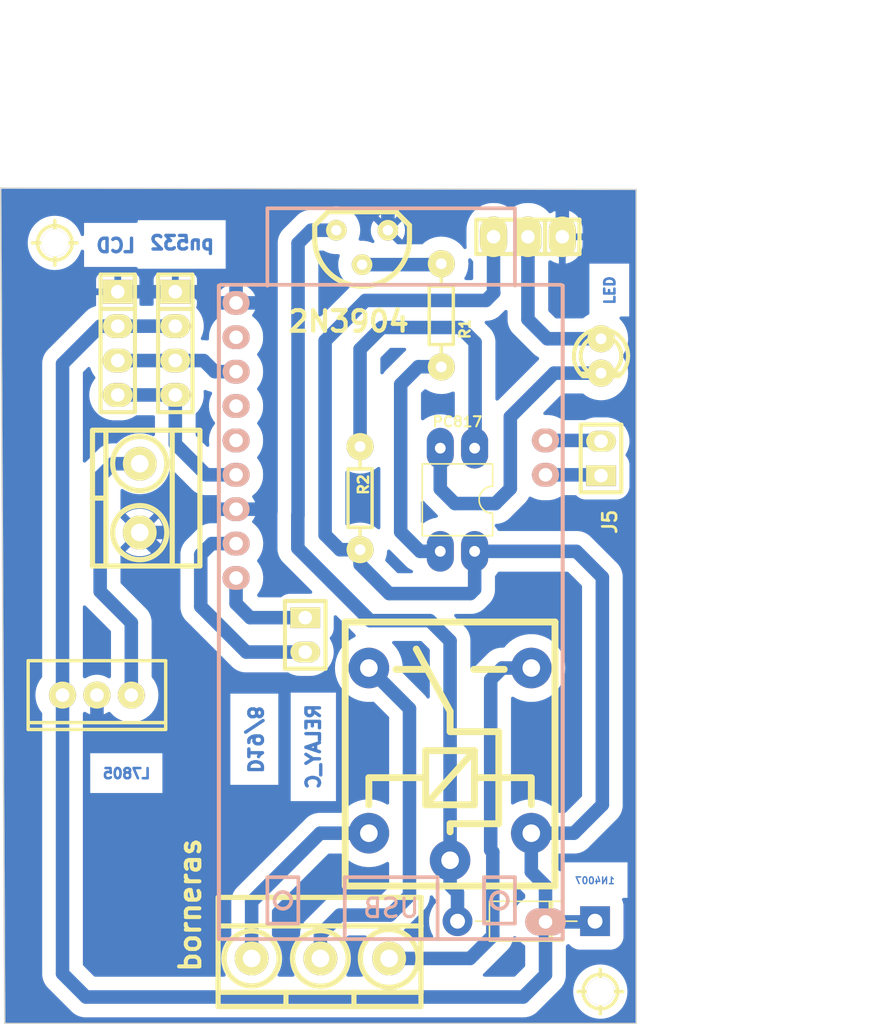
<source format=kicad_pcb>
(kicad_pcb (version 20221018) (generator pcbnew)
  (layers (0 "F.Cu" signal) (31 "B.Cu" signal) (34 "B.Paste" user) (35 "F.Paste" user) (36 "B.SilkS" user "B.Silkscreen") (37 "F.SilkS" user "F.Silkscreen") (38 "B.Mask" user) (39 "F.Mask" user) (44 "Edge.Cuts" user))
  (net 0 "")
  (net 1 "Net-(D1-K)")
  (net 2 "Net-(D1-A)")
  (net 3 "VCC")
  (net 4 "Net-(D2-A)")
  (net 5 "Net-(J1-Pin_1)")
  (net 6 "Net-(J1-Pin_2)")
  (net 7 "Net-(J1-Pin_3)")
  (net 8 "GND")
  (net 9 "Net-(J3-Pin_1)")
  (net 10 "scl")
  (net 11 "sda")
  (net 12 "Net-(Q1-B)")
  (net 13 "Net-(R1-Pad1)")
  (net 14 "Net-(R2-Pad2)")
  (net 15 "/D19")
  (net 19 "/D18")
  (net 20 "/D34")
  (net 21 "/D35")
  (footprint "EESTN5:Pin_Strip_3" (layer "F.Cu") (at 112.55 78.15 180)
    (fp_text reference "J2" hide)
    (fp_text value "pineras" hide)
    (fp_line (start -3.81 -1.27) (end -3.81 1.27) (stroke (width 0.3048)) (layer "F.SilkS"))
    (fp_line (start -3.81 -1.27) (end 3.81 -1.27) (stroke (width 0.3048)) (layer "F.SilkS"))
    (fp_line (start -1.27 -1.27) (end -1.27 1.27) (stroke (width 0.3048)) (layer "F.SilkS"))
    (fp_line (start 3.81 -1.27) (end 3.81 1.27) (stroke (width 0.3048)) (layer "F.SilkS"))
    (fp_line (start 3.81 1.27) (end -3.81 1.27) (stroke (width 0.3048)) (layer "F.SilkS"))
    (pad "1" thru_hole oval (at -2.54 0 180) (size 2 3) (drill 1) (layers "*.Cu" "*.Mask" "F.SilkS") (net 8 "GND"))
    (pad "2" thru_hole oval (at 0 0 180) (size 2 3) (drill 1) (layers "*.Cu" "*.Mask" "F.SilkS") (net 1 "Net-(D1-K)"))
    (pad "3" thru_hole oval (at 2.54 0 180) (size 2 3) (drill 1) (layers "*.Cu" "*.Mask" "F.SilkS") (net 3 "VCC"))
  )
  (footprint "EESTN5:RES0.3" (layer "F.Cu") (at 106.15 83.95 90)
    (fp_text reference "R1" (at -1 1.75 90) (layer "F.SilkS") (effects (font (size 0.75 0.75) (thickness 0.1875))))
    (fp_text value "R" hide)
    (fp_line (start -2.159 -0.889) (end -2.159 0.889) (stroke (width 0.254)) (layer "F.SilkS"))
    (fp_line (start -2.159 0) (end -3.81 0) (stroke (width 0.254)) (layer "F.SilkS"))
    (fp_line (start -2.159 0.889) (end 2.159 0.889) (stroke (width 0.254)) (layer "F.SilkS"))
    (fp_line (start 2.159 -0.889) (end -2.159 -0.889) (stroke (width 0.254)) (layer "F.SilkS"))
    (fp_line (start 2.159 0) (end 3.81 0) (stroke (width 0.254)) (layer "F.SilkS"))
    (fp_line (start 2.159 0.889) (end 2.159 -0.889) (stroke (width 0.254)) (layer "F.SilkS"))
    (pad "1" thru_hole circle (at -3.81 0 90) (size 1.99898 1.99898) (drill 0.8001) (layers "*.Cu" "*.Mask" "F.SilkS") (net 13 "Net-(R1-Pad1)"))
    (pad "2" thru_hole circle (at 3.81 0 90) (size 1.99898 1.99898) (drill 0.8001) (layers "*.Cu" "*.Mask" "F.SilkS") (net 12 "Net-(Q1-B)"))
  )
  (footprint "Diode_THT:D_DO-41_SOD81_P10.16mm_Horizontal" (layer "F.Cu") (at 117.51 128.7 180)
    (fp_text reference "D2" hide)
    (fp_text value "1N4007" (at 0.01 3 180) (layer "B.Cu") (effects (font (size 0.5 0.5) (thickness 0.1)) (justify mirror)))
    (fp_line (start 1.34 0) (end 2.36 0) (stroke (width 0.12)) (layer "F.SilkS"))
    (fp_line (start 2.36 -1.47) (end 2.36 1.47) (stroke (width 0.12)) (layer "F.SilkS"))
    (fp_line (start 2.36 1.47) (end 7.8 1.47) (stroke (width 0.12)) (layer "F.SilkS"))
    (fp_line (start 3.14 -1.47) (end 3.14 1.47) (stroke (width 0.12)) (layer "F.SilkS"))
    (fp_line (start 3.26 -1.47) (end 3.26 1.47) (stroke (width 0.12)) (layer "F.SilkS"))
    (fp_line (start 3.38 -1.47) (end 3.38 1.47) (stroke (width 0.12)) (layer "F.SilkS"))
    (fp_line (start 7.8 -1.47) (end 2.36 -1.47) (stroke (width 0.12)) (layer "F.SilkS"))
    (fp_line (start 7.8 1.47) (end 7.8 -1.47) (stroke (width 0.12)) (layer "F.SilkS"))
    (fp_line (start 8.82 0) (end 7.8 0) (stroke (width 0.12)) (layer "F.SilkS"))
    (pad "1" thru_hole rect (at 0 0 180) (size 2.2 2.2) (drill 1.1) (layers "*.Cu" "*.Mask") (net 3 "VCC"))
    (pad "2" thru_hole oval (at 10.16 0 180) (size 2.2 2.2) (drill 1.1) (layers "*.Cu" "*.Mask") (net 4 "Net-(D2-A)"))
  )
  (footprint "EESTN5:TO-220" (layer "F.Cu") (at 80.71 112 180)
    (fp_text reference "U3" hide)
    (fp_text value "L7805" (at -2.19 -5.8) (layer "B.Cu") (effects (font (size 0.75 0.75) (thickness 0.1875)) (justify mirror)))
    (fp_line (start -5.08 -2.54) (end -5.08 -1.27) (stroke (width 0.254)) (layer "F.SilkS"))
    (fp_line (start -5.08 -2.032) (end 5.08 -2.032) (stroke (width 0.254)) (layer "F.SilkS"))
    (fp_line (start -5.08 -1.27) (end -5.08 2.54) (stroke (width 0.254)) (layer "F.SilkS"))
    (fp_line (start -5.08 2.54) (end 5.08 2.54) (stroke (width 0.254)) (layer "F.SilkS"))
    (fp_line (start 5.08 -2.54) (end -5.08 -2.54) (stroke (width 0.254)) (layer "F.SilkS"))
    (fp_line (start 5.08 2.54) (end 5.08 -2.54) (stroke (width 0.254)) (layer "F.SilkS"))
    (pad "1" thru_hole circle (at -2.54 0 180) (size 2 2) (drill 1) (layers "*.Cu" "*.Mask" "F.SilkS") (net 9 "Net-(J3-Pin_1)"))
    (pad "2" thru_hole circle (at 0 0 180) (size 2 2) (drill 1) (layers "*.Cu" "*.Mask" "F.SilkS") (net 8 "GND"))
    (pad "3" thru_hole circle (at 2.54 0 180) (size 2 2) (drill 1) (layers "*.Cu" "*.Mask" "F.SilkS") (net 3 "VCC"))
  )
  (footprint "EESTN5:Pin_strip_2" (layer "F.Cu") (at 96.1 107.55 -90)
    (fp_text reference "J4" hide)
    (fp_text value "Conn_01x02_Pin" hide)
    (fp_line (start -2.5 -1.5) (end 2.5 -1.5) (stroke (width 0.3048)) (layer "F.SilkS"))
    (fp_line (start -2.5 1.5) (end -2.5 -1.5) (stroke (width 0.3048)) (layer "F.SilkS"))
    (fp_line (start 2.5 -1.5) (end 2.5 1.5) (stroke (width 0.3048)) (layer "F.SilkS"))
    (fp_line (start 2.5 1.5) (end -2.5 1.5) (stroke (width 0.3048)) (layer "F.SilkS"))
    (pad "1" thru_hole rect (at -1.27 0 270) (size 1.524 2.19964) (drill 1.00076) (layers "*.Cu" "*.Mask" "F.SilkS") (net 19 "/D18"))
    (pad "2" thru_hole oval (at 1.27 0 270) (size 1.524 2.19964) (drill 1.00076) (layers "*.Cu" "*.Mask" "F.SilkS") (net 15 "/D19"))
  )
  (footprint "EESTN5:hole_2mm" (layer "F.Cu") (at 117.9 133.9)
    (fp_text reference "hole_2mm" hide)
    (fp_text value "VAL**" hide)
    (fp_line (start -1.651 0) (end 1.651 0) (stroke (width 0.254)) (layer "F.SilkS"))
    (fp_line (start 0 -1.651) (end 0 1.651) (stroke (width 0.254)) (layer "F.SilkS"))
    (fp_circle (center 0 0) (end 1.27 -0.127) (stroke (width 0.254)) (fill none) (layer "F.SilkS"))
    (pad "1" thru_hole circle (at 0 0) (size 1.99898 1.99898) (drill 1.99898) (layers "*.Cu" "F.SilkS"))
  )
  (footprint "EESTN5:BORNERA2_AZUL" (layer "F.Cu") (at 83.87375 97.45 -90)
    (fp_text reference "J3" hide)
    (fp_text value "Screw_Terminal_01x02" hide)
    (fp_line (start -5.0165 -4.445) (end -5.0165 3.4925) (stroke (width 0.381)) (layer "F.SilkS"))
    (fp_line (start -5 -2.4) (end 5 -2.4) (stroke (width 0.381)) (layer "F.SilkS"))
    (fp_line (start -5 2.5) (end 5 2.5) (stroke (width 0.381)) (layer "F.SilkS"))
    (fp_line (start -4.9835 3.4925) (end 5.0165 3.4925) (stroke (width 0.381)) (layer "F.SilkS"))
    (fp_line (start 0 2.54) (end 0 3.4845) (stroke (width 0.381)) (layer "F.SilkS"))
    (fp_line (start 5.0165 -4.445) (end -4.9835 -4.445) (stroke (width 0.381)) (layer "F.SilkS"))
    (fp_line (start 5.0165 3.4925) (end 5.0165 -4.445) (stroke (width 0.381)) (layer "F.SilkS"))
    (fp_circle (center -2.55 0) (end -0.55 0) (stroke (width 0.381)) (fill none) (layer "F.SilkS"))
    (fp_circle (center 2.55 0) (end 0.55 0) (stroke (width 0.381)) (fill none) (layer "F.SilkS"))
    (pad "1" thru_hole circle (at -2.54 0 270) (size 2.5 2.5) (drill 1.3) (layers "*.Cu" "*.Mask" "F.SilkS") (net 9 "Net-(J3-Pin_1)"))
    (pad "2" thru_hole circle (at 2.54 0 270) (size 2.5 2.5) (drill 1.3) (layers "*.Cu" "*.Mask" "F.SilkS") (net 8 "GND"))
  )
  (footprint "EESTN5:hole_2mm" (layer "F.Cu") (at 77.6 78.6)
    (fp_text reference "hole_2mm" hide)
    (fp_text value "VAL**" hide)
    (fp_line (start -1.651 0) (end 1.651 0) (stroke (width 0.254)) (layer "F.SilkS"))
    (fp_line (start 0 -1.651) (end 0 1.651) (stroke (width 0.254)) (layer "F.SilkS"))
    (fp_circle (center 0 0) (end 1.27 -0.127) (stroke (width 0.254)) (fill none) (layer "F.SilkS"))
    (pad "1" thru_hole circle (at 0 0) (size 1.99898 1.99898) (drill 1.99898) (layers "*.Cu" "F.SilkS"))
  )
  (footprint "EESTN5:led_3mm_red" (layer "F.Cu") (at 117.95 86.95)
    (fp_text reference "D1" hide)
    (fp_text value "LED" (at 0.65 -4.85 90) (layer "B.Cu") (effects (font (size 0.75 0.75) (thickness 0.1875))))
    (fp_line (start -1.50114 1.30048) (end 1.50114 1.30048) (stroke (width 0.29972)) (layer "F.SilkS"))
    (fp_line (start -1.30048 1.50114) (end 1.30048 1.50114) (stroke (width 0.29972)) (layer "F.SilkS"))
    (fp_arc (start -1.99898 0) (mid -1.413492 -1.413492) (end 0 -1.99898) (stroke (width 0.29972)) (layer "F.SilkS"))
    (fp_arc (start -1.33096 1.50114) (mid -2.002597 0.120335) (end -1.50114 -1.33096) (stroke (width 0.29972)) (layer "F.SilkS"))
    (fp_arc (start 0 -1.99898) (mid 1.413492 -1.413492) (end 1.99898 0) (stroke (width 0.29972)) (layer "F.SilkS"))
    (fp_arc (start 1.50876 -1.31064) (mid 1.993617 0.140092) (end 1.31064 1.50876) (stroke (width 0.29972)) (layer "F.SilkS"))
    (fp_circle (center 0 0) (end -1.50114 0) (stroke (width 0.29972)) (fill none) (layer "F.SilkS"))
    (pad "1" thru_hole circle (at 0 -1.27) (size 1.99898 1.99898) (drill 0.8001) (layers "*.Cu" "*.Mask" "F.SilkS") (net 1 "Net-(D1-K)"))
    (pad "2" thru_hole circle (at 0 1.27) (size 1.99898 1.99898) (drill 0.8001) (layers "*.Cu" "*.Mask" "F.SilkS") (net 2 "Net-(D1-A)"))
  )
  (footprint "EESTN5:pin_strip_4" (layer "F.Cu") (at 82.25 86.02 -90)
    (fp_text reference "LCD" (at -7.22 0.15 180) (layer "B.Cu") (effects (font (thickness 0.25)) (justify mirror)))
    (fp_text value "Conn_01x04" hide)
    (fp_line (start -5.08 -1.27) (end 5.08 -1.27) (stroke (width 0.3048)) (layer "F.SilkS"))
    (fp_line (start -5.08 1.27) (end -5.08 -1.27) (stroke (width 0.3048)) (layer "F.SilkS"))
    (fp_line (start -2.54 -1.27) (end -2.54 1.27) (stroke (width 0.3048)) (layer "F.SilkS"))
    (fp_line (start 5.08 -1.27) (end 5.08 1.27) (stroke (width 0.3048)) (layer "F.SilkS"))
    (fp_line (start 5.08 1.27) (end -5.08 1.27) (stroke (width 0.3048)) (layer "F.SilkS"))
    (pad "1" thru_hole rect (at -3.81 0 270) (size 1.75 2.2) (drill 1.00076) (layers "*.Cu" "*.Mask" "F.SilkS") (net 8 "GND"))
    (pad "2" thru_hole oval (at -1.27 0 270) (size 1.75 2.2) (drill 1.00076) (layers "*.Cu" "*.Mask" "F.SilkS") (net 3 "VCC"))
    (pad "3" thru_hole oval (at 1.27 0 270) (size 1.75 2.2) (drill 1.00076) (layers "*.Cu" "*.Mask" "F.SilkS") (net 10 "scl"))
    (pad "4" thru_hole oval (at 3.81 0 270) (size 1.75 2.2) (drill 1.00076) (layers "*.Cu" "*.Mask" "F.SilkS") (net 11 "sda"))
  )
  (footprint "Package_DIP:DIP-4_W7.62mm" (layer "F.Cu") (at 108.615 93.762 -90)
    (fp_text reference "PC817" (at -1.95 1.275) (layer "F.SilkS") (effects (font (size 0.75 0.75))))
    (fp_text value "PC817")
    (fp_line (start 1.16 -1.33) (end 1.16 3.87) (stroke (width 0.12)) (layer "F.SilkS"))
    (fp_line (start 1.16 3.87) (end 6.46 3.87) (stroke (width 0.12)) (layer "F.SilkS"))
    (fp_line (start 2.81 -1.33) (end 1.16 -1.33) (stroke (width 0.12)) (layer "F.SilkS"))
    (fp_line (start 6.46 -1.33) (end 4.81 -1.33) (stroke (width 0.12)) (layer "F.SilkS"))
    (fp_line (start 6.46 3.87) (end 6.46 -1.33) (stroke (width 0.12)) (layer "F.SilkS"))
    (fp_arc (start 4.81 -1.33) (mid 3.81 -0.33) (end 2.81 -1.33) (stroke (width 0.12)) (layer "F.SilkS"))
    (pad "1" thru_hole oval (at 0 0 270) (size 3 2) (drill 0.8) (layers "*.Cu" "*.Mask" "B.Adhes") (net 14 "Net-(R2-Pad2)"))
    (pad "2" thru_hole oval (at 0 2.54 270) (size 3 2) (drill 0.8) (layers "*.Cu" "*.Mask" "B.Adhes") (net 2 "Net-(D1-A)"))
    (pad "3" thru_hole oval (at 7.62 2.54 270) (size 3 2) (drill 0.8) (layers "*.Cu" "*.Mask" "B.Adhes") (net 13 "Net-(R1-Pad1)"))
    (pad "4" thru_hole oval (at 7.62 0 270) (size 3 2) (drill 0.8) (layers "*.Cu" "*.Mask" "B.Adhes") (net 3 "VCC"))
  )
  (footprint "EESTN5:RES0.3" (layer "F.Cu") (at 100.15 97.45 90)
    (fp_text reference "R2" (at 1 0.25 90) (layer "F.SilkS") (effects (font (size 0.75 0.75) (thickness 0.1875))))
    (fp_text value "R" hide)
    (fp_line (start -2.159 -0.889) (end -2.159 0.889) (stroke (width 0.254)) (layer "F.SilkS"))
    (fp_line (start -2.159 0) (end -3.81 0) (stroke (width 0.254)) (layer "F.SilkS"))
    (fp_line (start -2.159 0.889) (end 2.159 0.889) (stroke (width 0.254)) (layer "F.SilkS"))
    (fp_line (start 2.159 -0.889) (end -2.159 -0.889) (stroke (width 0.254)) (layer "F.SilkS"))
    (fp_line (start 2.159 0) (end 3.81 0) (stroke (width 0.254)) (layer "F.SilkS"))
    (fp_line (start 2.159 0.889) (end 2.159 -0.889) (stroke (width 0.254)) (layer "F.SilkS"))
    (pad "1" thru_hole circle (at -3.81 0 90) (size 1.99898 1.99898) (drill 0.8001) (layers "*.Cu" "*.Mask" "F.SilkS") (net 3 "VCC"))
    (pad "2" thru_hole circle (at 3.81 0 90) (size 1.99898 1.99898) (drill 0.8001) (layers "*.Cu" "*.Mask" "F.SilkS") (net 14 "Net-(R2-Pad2)"))
  )
  (footprint "EESTN5:to92" (layer "F.Cu") (at 100.3 78.3 180)
    (fp_text reference "Q1" hide)
    (fp_text value "2N3904" (at 1 -6.1 180) (layer "F.SilkS") (effects (font (size 1.524 1.524) (thickness 0.3048))))
    (fp_line (start -3.5 1) (end -3.5 0) (stroke (width 0.381)) (layer "F.SilkS"))
    (fp_line (start -2.5 2) (end -3.5 1) (stroke (width 0.381)) (layer "F.SilkS"))
    (fp_line (start 2.5 2) (end 3.5 1) (stroke (width 0.381)) (layer "F.SilkS"))
    (fp_line (start 2.54 2) (end -2.54 2) (stroke (width 0.381)) (layer "F.SilkS"))
    (fp_line (start 3.5 1) (end 3.5 0) (stroke (width 0.381)) (layer "F.SilkS"))
    (fp_arc (start -3.5 0) (mid 0 -3.5) (end 3.5 0) (stroke (width 0.381)) (layer "F.SilkS"))
    (pad "1" thru_hole circle (at -1.905 0.635 180) (size 1.524 1.524) (drill 0.762) (layers "*.Cu" "*.Mask" "F.SilkS") (net 8 "GND"))
    (pad "2" thru_hole circle (at 0 -1.905 180) (size 1.524 1.524) (drill 0.762) (layers "*.Cu" "*.Mask" "F.SilkS") (net 12 "Net-(Q1-B)"))
    (pad "3" thru_hole circle (at 1.905 0.635 180) (size 1.524 1.524) (drill 0.762) (layers "*.Cu" "*.Mask" "F.SilkS") (net 4 "Net-(D2-A)"))
  )
  (footprint "EESTN5:Relay_C" (layer "F.Cu") (at 106.8 116.1 180)
    (fp_text reference "K1" hide)
    (fp_text value "RELAY_C" (at 10.1 0.3 90) (layer "B.Cu") (effects (font (thickness 0.25)) (justify mirror)))
    (fp_line (start -7.75 -10) (end -7.75 9.5) (stroke (width 0.508)) (layer "F.SilkS"))
    (fp_line (start -7.75 -10) (end 7.65 -10) (stroke (width 0.508)) (layer "F.SilkS"))
    (fp_line (start -7.75 9.5) (end 7.75 9.5) (stroke (width 0.508)) (layer "F.SilkS"))
    (fp_line (start -6 -4) (end -6 -2) (stroke (width 0.508)) (layer "F.SilkS"))
    (fp_line (start -3.6 1.4) (end -3.6 -5.4) (stroke (width 0.508)) (layer "F.SilkS"))
    (fp_line (start -1.8 -4) (end 1.8 -4) (stroke (width 0.508)) (layer "F.SilkS"))
    (fp_line (start -1.8 -2) (end -6 -2) (stroke (width 0.508)) (layer "F.SilkS"))
    (fp_line (start -1.8 0) (end -1.8 -4) (stroke (width 0.508)) (layer "F.SilkS"))
    (fp_line (start -1.8 0) (end 1.8 -4) (stroke (width 0.508)) (layer "F.SilkS"))
    (fp_line (start -1.75 6) (end -4 6) (stroke (width 0.508)) (layer "F.SilkS"))
    (fp_line (start 0 -6) (end 0 -5.4) (stroke (width 0.508)) (layer "F.SilkS"))
    (fp_line (start 0 -5.4) (end -3.6 -5.4) (stroke (width 0.508)) (layer "F.SilkS"))
    (fp_line (start 0 1.4) (end -3.6 1.4) (stroke (width 0.508)) (layer "F.SilkS"))
    (fp_line (start 0 1.4) (end 0 2.9) (stroke (width 0.508)) (layer "F.SilkS"))
    (fp_line (start 0 2.9) (end 2.5 7.5) (stroke (width 0.508)) (layer "F.SilkS"))
    (fp_line (start 1.8 -4) (end 1.8 0) (stroke (width 0.508)) (layer "F.SilkS"))
    (fp_line (start 1.8 0) (end -1.8 0) (stroke (width 0.508)) (layer "F.SilkS"))
    (fp_line (start 4 6) (end 1.75 6) (stroke (width 0.508)) (layer "F.SilkS"))
    (fp_line (start 6 -4) (end 6 -2) (stroke (width 0.508)) (layer "F.SilkS"))
    (fp_line (start 6 -2) (end 1.8 -2) (stroke (width 0.508)) (layer "F.SilkS"))
    (fp_line (start 7.75 -10) (end 7.75 9.5) (stroke (width 0.508)) (layer "F.SilkS"))
    (pad "1" thru_hole circle (at 0 -8.1 180) (size 3 3) (drill 1.3) (layers "*.Cu" "*.Mask") (net 4 "Net-(D2-A)"))
    (pad "2" thru_hole circle (at -6 -6.1 180) (size 3 3) (drill 1.3) (layers "*.Cu" "*.Mask") (net 3 "VCC"))
    (pad "3" thru_hole circle (at -6 6.1 180) (size 3 3) (drill 1.3) (layers "*.Cu" "*.Mask") (net 7 "Net-(J1-Pin_3)"))
    (pad "4" thru_hole circle (at 6 6.1 180) (size 3 3) (drill 1.3) (layers "*.Cu" "*.Mask") (net 6 "Net-(J1-Pin_2)"))
    (pad "5" thru_hole circle (at 6 -6.1 180) (size 3 3) (drill 1.3) (layers "*.Cu" "*.Mask") (net 5 "Net-(J1-Pin_1)"))
  )
  (footprint "EESTN5:BORNERA3_AZUL" (layer "F.Cu") (at 97.22 131.45)
    (fp_text reference "J1" hide)
    (fp_text value "borneras" (at -9.62 -3.95 -90) (layer "F.SilkS") (effects (font (size 1.5 1.5) (thickness 0.3))))
    (fp_line (start -7.5565 -4.5085) (end -7.5565 3.556) (stroke (width 0.381)) (layer "F.SilkS"))
    (fp_line (start -7.5565 3.556) (end 7.4295 3.556) (stroke (width 0.381)) (layer "F.SilkS"))
    (fp_line (start -7.55 -2.4) (end 7.45 -2.4) (stroke (width 0.381)) (layer "F.SilkS"))
    (fp_line (start -7.55 2.5) (end 7.45 2.5) (stroke (width 0.381)) (layer "F.SilkS"))
    (fp_line (start -2.54 2.4765) (end -2.55 3.539347) (stroke (width 0.381)) (layer "F.SilkS"))
    (fp_line (start 2.4765 2.4765) (end 2.4765 3.4925) (stroke (width 0.381)) (layer "F.SilkS"))
    (fp_line (start 7.4295 3.556) (end 7.4295 -4.5085) (stroke (width 0.381)) (layer "F.SilkS"))
    (fp_line (start 7.45 -4.5085) (end -7.55 -4.5085) (stroke (width 0.381)) (layer "F.SilkS"))
    (fp_circle (center -5.08 0) (end -3.05 0) (stroke (width 0.381)) (fill none) (layer "F.SilkS"))
    (fp_circle (center 0 0) (end -2.05 0) (stroke (width 0.381)) (fill none) (layer "F.SilkS"))
    (fp_circle (center 5.08 0) (end 2.95 0) (stroke (width 0.381)) (fill none) (layer "F.SilkS"))
    (pad "1" thru_hole circle (at -5.08 0) (size 2.5 2.5) (drill 1.3) (layers "*.Cu" "*.Mask" "F.SilkS") (net 5 "Net-(J1-Pin_1)"))
    (pad "2" thru_hole circle (at 0 0) (size 2.5 2.5) (drill 1.3) (layers "*.Cu" "*.Mask" "F.SilkS") (net 6 "Net-(J1-Pin_2)"))
    (pad "3" thru_hole circle (at 5.08 0) (size 2.5 2.5) (drill 1.3) (layers "*.Cu" "*.Mask" "F.SilkS") (net 7 "Net-(J1-Pin_3)"))
  )
  (footprint "EESTN5:pin_strip_4" (layer "F.Cu") (at 86.5 86.02 -90)
    (fp_text reference "pn532" (at -7.42 -0.5) (layer "B.Cu") (effects (font (thickness 0.25)) (justify mirror)))
    (fp_text value "Conn_01x04_Socket" hide)
    (fp_line (start -5.08 -1.27) (end 5.08 -1.27) (stroke (width 0.3048)) (layer "F.SilkS"))
    (fp_line (start -5.08 1.27) (end -5.08 -1.27) (stroke (width 0.3048)) (layer "F.SilkS"))
    (fp_line (start -2.54 -1.27) (end -2.54 1.27) (stroke (width 0.3048)) (layer "F.SilkS"))
    (fp_line (start 5.08 -1.27) (end 5.08 1.27) (stroke (width 0.3048)) (layer "F.SilkS"))
    (fp_line (start 5.08 1.27) (end -5.08 1.27) (stroke (width 0.3048)) (layer "F.SilkS"))
    (pad "1" thru_hole rect (at -3.81 0 270) (size 1.75 2.2) (drill 1.00076) (layers "*.Cu" "*.Mask" "F.SilkS") (net 8 "GND"))
    (pad "2" thru_hole oval (at -1.27 0 270) (size 1.75 2.2) (drill 1.00076) (layers "*.Cu" "*.Mask" "F.SilkS") (net 3 "VCC"))
    (pad "3" thru_hole oval (at 1.27 0 270) (size 1.75 2.2) (drill 1.00076) (layers "*.Cu" "*.Mask" "F.SilkS") (net 10 "scl"))
    (pad "4" thru_hole oval (at 3.81 0 270) (size 1.75 2.2) (drill 1.00076) (layers "*.Cu" "*.Mask" "F.SilkS") (net 11 "sda"))
  )
  (footprint "EESTN5:Pin_strip_2" (layer "F.Cu") (at 117.95 94.52 90)
    (fp_text reference "J5" (at -4.68 0.65 90) (layer "F.SilkS") (effects (font (size 1.016 1.016) (thickness 0.2032))))
    (fp_text value "Conn_01x02_Pin" hide)
    (fp_line (start -2.5 -1.5) (end 2.5 -1.5) (stroke (width 0.3048)) (layer "F.SilkS"))
    (fp_line (start -2.5 1.5) (end -2.5 -1.5) (stroke (width 0.3048)) (layer "F.SilkS"))
    (fp_line (start 2.5 -1.5) (end 2.5 1.5) (stroke (width 0.3048)) (layer "F.SilkS"))
    (fp_line (start 2.5 1.5) (end -2.5 1.5) (stroke (width 0.3048)) (layer "F.SilkS"))
    (pad "1" thru_hole rect (at -1.27 0 90) (size 1.524 2.19964) (drill 1.00076) (layers "*.Cu" "*.Mask" "F.SilkS") (net 21 "/D35"))
    (pad "2" thru_hole oval (at 1.27 0 90) (size 1.524 2.19964) (drill 1.00076) (layers "*.Cu" "*.Mask" "F.SilkS") (net 20 "/D34"))
  )
  (footprint "ESP32:ESP32 48x25 LEGIT" (layer "B.Cu") (at 102.674 103.858 -90)
    (fp_text reference "U2" hide)
    (fp_text value "ESP32_DEVKITC" hide)
    (fp_text user "USB" (at 23.876 0.227) (layer "B.SilkS") (effects (font (size 1.3716 1.3716) (thickness 0.2286)) (justify mirror)))
    (fp_line (start -27.813 -8.917) (end -22.098 -8.917) (stroke (width 0.27432)) (layer "B.SilkS"))
    (fp_line (start -27.813 9.371) (end -27.813 -8.917) (stroke (width 0.27432)) (layer "B.SilkS"))
    (fp_line (start -27.813 9.371) (end -22.098 9.371) (stroke (width 0.27432)) (layer "B.SilkS"))
    (fp_line (start -22.164 12.827) (end -22.164 -12.319) (stroke (width 0.27432)) (layer "B.SilkS"))
    (fp_line (start -22.098 12.954) (end 26.162 12.954) (stroke (width 0.3048)) (layer "B.SilkS"))
    (fp_line (start 21.59 -8.917) (end 21.59 -6.631) (stroke (width 0.27432)) (layer "B.SilkS"))
    (fp_line (start 21.59 -6.631) (end 25.019 -6.631) (stroke (width 0.27432)) (layer "B.SilkS"))
    (fp_line (start 21.59 -3.202) (end 26.162 -3.202) (stroke (width 0.27432)) (layer "B.SilkS"))
    (fp_line (start 21.59 3.656) (end 21.59 -3.202) (stroke (width 0.27432)) (layer "B.SilkS"))
    (fp_line (start 21.59 7.085) (end 25.019 7.085) (stroke (width 0.27432)) (layer "B.SilkS"))
    (fp_line (start 21.59 9.371) (end 21.59 7.085) (stroke (width 0.27432)) (layer "B.SilkS"))
    (fp_line (start 25.019 -8.917) (end 21.59 -8.917) (stroke (width 0.27432)) (layer "B.SilkS"))
    (fp_line (start 25.019 -6.631) (end 25.019 -8.917) (stroke (width 0.27432)) (layer "B.SilkS"))
    (fp_line (start 25.019 7.085) (end 25.019 9.371) (stroke (width 0.27432)) (layer "B.SilkS"))
    (fp_line (start 25.019 9.371) (end 21.59 9.371) (stroke (width 0.27432)) (layer "B.SilkS"))
    (fp_line (start 26.162 -12.446) (end -22.098 -12.446) (stroke (width 0.3048)) (layer "B.SilkS"))
    (fp_line (start 26.162 -12.346) (end 26.162 12.8) (stroke (width 0.27432)) (layer "B.SilkS"))
    (fp_line (start 26.162 3.656) (end 21.59 3.656) (stroke (width 0.27432)) (layer "B.SilkS"))
    (fp_circle (center 23.3045 -7.774) (end 23.81885 -8.1169) (stroke (width 0.27432)) (fill none) (layer "B.SilkS"))
    (fp_circle (center 23.3045 8.228) (end 23.81885 7.8851) (stroke (width 0.27432)) (fill none) (layer "B.SilkS"))
    (pad "5" thru_hole oval (at -10.668 -11.176 90) (size 1.75 2) (drill 1) (layers "*.Cu" "*.Mask" "B.SilkS") (net 20 "/D34"))
    (pad "6" thru_hole oval (at -8.128 -11.176 90) (size 1.75 2) (drill 1) (layers "*.Cu" "*.Mask" "B.SilkS") (net 21 "/D35"))
    (pad "19" thru_hole oval (at 24.892 -11.176 90) (size 2 3) (drill 1) (layers "*.Cu" "*.Mask" "B.SilkS") (net 3 "VCC"))
    (pad "30" thru_hole oval (at -0.508 11.684 90) (size 1.75 2) (drill 1) (layers "*.Cu" "*.Mask" "B.SilkS") (net 19 "/D18"))
    (pad "31" thru_hole oval (at -3.048 11.684 90) (size 1.75 2) (drill 1) (layers "*.Cu" "*.Mask" "B.SilkS") (net 15 "/D19"))
    (pad "32" thru_hole oval (at -5.588 11.684 90) (size 1.75 2) (drill 1) (layers "*.Cu" "*.Mask" "B.SilkS") (net 8 "GND"))
    (pad "33" thru_hole oval (at -8.128 11.684 90) (size 1.75 2) (drill 1) (layers "*.Cu" "*.Mask" "B.SilkS") (net 11 "sda"))
    (pad "34" thru_hole oval (at -10.668 11.684 90) (size 1.75 2) (drill 1) (layers "*.Cu" "*.Mask" "B.SilkS"))
    (pad "35" thru_hole oval (at -13.208 11.684 90) (size 1.75 2) (drill 1) (layers "*.Cu" "*.Mask" "B.SilkS"))
    (pad "36" thru_hole oval (at -15.748 11.684 90) (size 1.75 2) (drill 1) (layers "*.Cu" "*.Mask" "B.SilkS") (net 10 "scl"))
    (pad "37" thru_hole oval (at -18.288 11.684 90) (size 1.75 2) (drill 1) (layers "*.Cu" "*.Mask" "B.SilkS"))
    (pad "38" thru_hole oval (at -20.828 11.684 90) (size 1.75 2) (drill 1) (layers "*.Cu" "*.Mask" "B.SilkS") (net 8 "GND"))
  )
  (gr_line (start 73.6 74.55) (end 73.9 136.25) (stroke (width 0.1)) (layer "Edge.Cuts"))
  (gr_line (start 120.55 74.65) (end 73.6 74.55) (stroke (width 0.1)) (layer "Edge.Cuts"))
  (gr_line (start 73.9 136.25) (end 120.55 136.25) (stroke (width 0.1)) (layer "Edge.Cuts"))
  (gr_line (start 120.55 136.25) (end 120.55 74.65) (stroke (width 0.1)) (layer "Edge.Cuts"))
  (gr_text "D19/8" (at 91.8 117.9 270) (layer "B.Cu") (effects (font (size 1 1) (thickness 0.25) bold) (justify left bottom mirror)))
  (segment (start 113.98 85.68) (end 112.55 84.25) (width 1) (layer "B.Cu") (net 1))
  (segment (start 112.55 84.25) (end 112.55 78.65) (width 1) (layer "B.Cu") (net 1))
  (segment (start 117.65 85.68) (end 113.98 85.68) (width 1) (layer "B.Cu") (net 1))
  (segment (start 106.075 96.775) (end 107.15 97.85) (width 1) (layer "B.Cu") (net 2))
  (segment (start 111.25 96.75) (end 111.25 91.45) (width 1) (layer "B.Cu") (net 2))
  (segment (start 111.25 91.45) (end 114.48 88.22) (width 1) (layer "B.Cu") (net 2))
  (segment (start 106.075 93.762) (end 106.075 96.775) (width 1) (layer "B.Cu") (net 2))
  (segment (start 107.15 97.85) (end 110.15 97.85) (width 1) (layer "B.Cu") (net 2))
  (segment (start 110.15 97.85) (end 111.25 96.75) (width 1) (layer "B.Cu") (net 2))
  (segment (start 114.48 88.22) (end 117.65 88.22) (width 1) (layer "B.Cu") (net 2))
  (segment (start 110.01 78.15) (end 110.01 82.254816) (width 1) (layer "B.Cu") (net 3))
  (segment (start 79.9 134.3) (end 78.17 132.57) (width 1) (layer "B.Cu") (net 3))
  (segment (start 117.46 128.75) (end 117.51 128.7) (width 1) (layer "B.Cu") (net 3))
  (segment (start 116.132 101.382) (end 108.615 101.382) (width 1) (layer "B.Cu") (net 3))
  (segment (start 110.01 82.254816) (end 110.027592 82.272408) (width 1) (layer "B.Cu") (net 3))
  (segment (start 100.55 82.85) (end 97.567592 85.832408) (width 1) (layer "B.Cu") (net 3))
  (segment (start 112.2 134.3) (end 79.9 134.3) (width 1) (layer "B.Cu") (net 3))
  (segment (start 113.85 126.1) (end 113.85 128.75) (width 1) (layer "B.Cu") (net 3))
  (segment (start 115.95 122.2) (end 118.05 120.1) (width 1) (layer "B.Cu") (net 3))
  (segment (start 78.17 132.57) (end 78.17 87.53) (width 1) (layer "B.Cu") (net 3))
  (segment (start 113.8 128.7) (end 113.85 128.75) (width 1) (layer "B.Cu") (net 3))
  (segment (start 80.95 84.75) (end 82.25 84.75) (width 1) (layer "B.Cu") (net 3))
  (segment (start 112.8 122.2) (end 115.95 122.2) (width 1) (layer "B.Cu") (net 3))
  (segment (start 82.25 84.75) (end 86.5 84.75) (width 1) (layer "B.Cu") (net 3))
  (segment (start 108.3 104.5) (end 108.615 104.185) (width 1) (layer "B.Cu") (net 3))
  (segment (start 78.17 87.53) (end 80.95 84.75) (width 1) (layer "B.Cu") (net 3))
  (segment (start 109.45 82.85) (end 100.55 82.85) (width 1) (layer "B.Cu") (net 3))
  (segment (start 113.85 128.75) (end 113.85 132.65) (width 1) (layer "B.Cu") (net 3))
  (segment (start 100.15 102.35) (end 102.3 104.5) (width 1) (layer "B.Cu") (net 3))
  (segment (start 113.85 128.75) (end 117.46 128.75) (width 1) (layer "B.Cu") (net 3))
  (segment (start 97.567592 100.167592) (end 98.66 101.26) (width 1) (layer "B.Cu") (net 3))
  (segment (start 118.05 120.1) (end 118.05 103.3) (width 1) (layer "B.Cu") (net 3))
  (segment (start 110.027592 82.272408) (end 109.45 82.85) (width 1) (layer "B.Cu") (net 3))
  (segment (start 102.3 104.5) (end 108.3 104.5) (width 1) (layer "B.Cu") (net 3))
  (segment (start 112.8 122.2) (end 112.8 125.05) (width 1) (layer "B.Cu") (net 3))
  (segment (start 112.8 125.05) (end 113.85 126.1) (width 1) (layer "B.Cu") (net 3))
  (segment (start 100.15 101.26) (end 100.15 102.35) (width 1) (layer "B.Cu") (net 3))
  (segment (start 108.615 104.185) (end 108.615 101.382) (width 1) (layer "B.Cu") (net 3))
  (segment (start 113.85 132.65) (end 112.2 134.3) (width 1) (layer "B.Cu") (net 3))
  (segment (start 98.66 101.26) (end 100.15 101.26) (width 1) (layer "B.Cu") (net 3))
  (segment (start 97.567592 85.832408) (end 97.567592 100.167592) (width 1) (layer "B.Cu") (net 3))
  (segment (start 118.05 103.3) (end 116.132 101.382) (width 1) (layer "B.Cu") (net 3))
  (segment (start 95.567592 78.632408) (end 95.567592 98.70398) (width 1) (layer "B.Cu") (net 4))
  (segment (start 106.8 126.05) (end 107.35 126.6) (width 1) (layer "B.Cu") (net 4))
  (segment (start 95.55 98.721572) (end 95.55 101.15) (width 1) (layer "B.Cu") (net 4))
  (segment (start 105.3 106.5) (end 106.8 108) (width 1) (layer "B.Cu") (net 4))
  (segment (start 95.55 101.15) (end 100.9 106.5) (width 1) (layer "B.Cu") (net 4))
  (segment (start 107.35 126.6) (end 107.35 128.7) (width 1) (layer "B.Cu") (net 4))
  (segment (start 96.535 77.665) (end 95.567592 78.632408) (width 1) (layer "B.Cu") (net 4))
  (segment (start 106.8 124.2) (end 106.8 126.05) (width 1) (layer "B.Cu") (net 4))
  (segment (start 95.567592 98.70398) (end 95.55 98.721572) (width 1) (layer "B.Cu") (net 4))
  (segment (start 100.9 106.5) (end 105.3 106.5) (width 1) (layer "B.Cu") (net 4))
  (segment (start 106.8 108) (end 106.8 124.2) (width 1) (layer "B.Cu") (net 4))
  (segment (start 98.395 77.665) (end 96.535 77.665) (width 1) (layer "B.Cu") (net 4))
  (segment (start 92.14 127.26) (end 97.2 122.2) (width 1) (layer "B.Cu") (net 5))
  (segment (start 92.14 131.45) (end 92.14 127.26) (width 1) (layer "B.Cu") (net 5))
  (segment (start 97.2 122.2) (end 100.8 122.2) (width 1) (layer "B.Cu") (net 5))
  (segment (start 97.22 129.68) (end 98.65 128.25) (width 1) (layer "B.Cu") (net 6))
  (segment (start 97.22 131.45) (end 97.22 129.68) (width 1) (layer "B.Cu") (net 6))
  (segment (start 102.35 128.25) (end 103.8 126.8) (width 1) (layer "B.Cu") (net 6))
  (segment (start 98.65 128.25) (end 102.35 128.25) (width 1) (layer "B.Cu") (net 6))
  (segment (start 103.8 126.8) (end 103.8 113) (width 1) (layer "B.Cu") (net 6))
  (segment (start 103.8 113) (end 100.8 110) (width 1) (layer "B.Cu") (net 6))
  (segment (start 110.65 110) (end 112.8 110) (width 1) (layer "B.Cu") (net 7))
  (segment (start 108.275296 131.45) (end 109.954585 129.770711) (width 1) (layer "B.Cu") (net 7))
  (segment (start 109.8 123.440829) (end 109.8 110.85) (width 1) (layer "B.Cu") (net 7))
  (segment (start 109.8 110.85) (end 110.65 110) (width 1) (layer "B.Cu") (net 7))
  (segment (start 109.954585 123.595414) (end 109.8 123.440829) (width 1) (layer "B.Cu") (net 7))
  (segment (start 109.954585 129.770711) (end 109.954585 123.595414) (width 1) (layer "B.Cu") (net 7))
  (segment (start 108.275296 131.45) (end 102.3 131.45) (width 1) (layer "B.Cu") (net 7))
  (segment (start 93.488717 83.888717) (end 93.488717 97.636283) (width 1) (layer "B.Cu") (net 8))
  (segment (start 90.98 83.04) (end 90.99 83.03) (width 1) (layer "B.Cu") (net 8))
  (segment (start 80.71 112) (end 80.71 114.61) (width 1) (layer "B.Cu") (net 8))
  (segment (start 86.21 99.99) (end 87.93 98.27) (width 1) (layer "B.Cu") (net 8))
  (segment (start 114.148936 75.148936) (end 102.15 75.148936) (width 1) (layer "B.Cu") (net 8))
  (segment (start 115.09 78.15) (end 115.09 76.09) (width 1) (layer "B.Cu") (net 8))
  (segment (start 92.651064 75.148936) (end 90.99 76.81) (width 1) (layer "B.Cu") (net 8))
  (segment (start 85.95 114.3) (end 85.95 102.06625) (width 1) (layer "B.Cu") (net 8))
  (segment (start 90.99 76.81) (end 90.99 83.03) (width 1) (layer "B.Cu") (net 8))
  (segment (start 81.5 115.4) (end 84.85 115.4) (width 1) (layer "B.Cu") (net 8))
  (segment (start 88.16 82.21) (end 88.98 83.03) (width 1) (layer "B.Cu") (net 8))
  (segment (start 99.55 75.148936) (end 92.651064 75.148936) (width 1) (layer "B.Cu") (net 8))
  (segment (start 90.94625 98.22625) (end 90.99 98.27) (width 1) (layer "B.Cu") (net 8))
  (segment (start 85.95 102.06625) (end 83.87375 99.99) (width 1) (layer "B.Cu") (net 8))
  (segment (start 102.205 77.365) (end 102.205 75.203936) (width 1) (layer "B.Cu") (net 8))
  (segment (start 102.15 75.148936) (end 99.55 75.148936) (width 1) (layer "B.Cu") (net 8))
  (segment (start 90.99 83.03) (end 92.63 83.03) (width 1) (layer "B.Cu") (net 8))
  (segment (start 115.09 76.09) (end 114.148936 75.148936) (width 1) (layer "B.Cu") (net 8))
  (segment (start 92.855 98.27) (end 90.99 98.27) (width 1) (layer "B.Cu") (net 8))
  (segment (start 82.25 82.21) (end 86.5 82.21) (width 1) (layer "B.Cu") (net 8))
  (segment (start 102.205 75.203936) (end 102.15 75.148936) (width 1) (layer "B.Cu") (net 8))
  (segment (start 86.5 82.21) (end 88.16 82.21) (width 1) (layer "B.Cu") (net 8))
  (segment (start 83.87375 99.99) (end 86.21 99.99) (width 1) (layer "B.Cu") (net 8))
  (segment (start 84.85 115.4) (end 85.95 114.3) (width 1) (layer "B.Cu") (net 8))
  (segment (start 92.63 83.03) (end 93.488717 83.888717) (width 1) (layer "B.Cu") (net 8))
  (segment (start 80.71 114.61) (end 81.5 115.4) (width 1) (layer "B.Cu") (net 8))
  (segment (start 87.93 98.27) (end 90.99 98.27) (width 1) (layer "B.Cu") (net 8))
  (segment (start 88.98 83.03) (end 90.99 83.03) (width 1) (layer "B.Cu") (net 8))
  (segment (start 93.488717 97.636283) (end 92.855 98.27) (width 1) (layer "B.Cu") (net 8))
  (segment (start 81.89 94.91) (end 83.87375 94.91) (width 1) (layer "B.Cu") (net 9))
  (segment (start 80.95 104.35) (end 80.95 95.85) (width 1) (layer "B.Cu") (net 9))
  (segment (start 83.25 106.65) (end 80.95 104.35) (width 1) (layer "B.Cu") (net 9))
  (segment (start 83.25 112) (end 83.25 106.65) (width 1) (layer "B.Cu") (net 9))
  (segment (start 80.95 95.85) (end 81.89 94.91) (width 1) (layer "B.Cu") (net 9))
  (segment (start 82.25 87.29) (end 86.5 87.29) (width 1) (layer "B.Cu") (net 10))
  (segment (start 86.5 87.29) (end 88.59 87.29) (width 1) (layer "B.Cu") (net 10))
  (segment (start 89.41 88.11) (end 90.99 88.11) (width 1) (layer "B.Cu") (net 10))
  (segment (start 88.59 87.29) (end 89.41 88.11) (width 1) (layer "B.Cu") (net 10))
  (segment (start 88.78 95.73) (end 90.99 95.73) (width 1) (layer "B.Cu") (net 11))
  (segment (start 86.5 93.45) (end 88.78 95.73) (width 1) (layer "B.Cu") (net 11))
  (segment (start 82.25 89.83) (end 86.5 89.83) (width 1) (layer "B.Cu") (net 11))
  (segment (start 86.5 89.83) (end 86.5 93.45) (width 1) (layer "B.Cu") (net 11))
  (segment (start 106.124639 80.15) (end 106.15 80.124639) (width 1) (layer "B.Cu") (net 12))
  (segment (start 106.085 80.205) (end 106.15 80.14) (width 1) (layer "B.Cu") (net 12))
  (segment (start 100.3 80.205) (end 106.085 80.205) (width 1) (layer "B.Cu") (net 12))
  (segment (start 104.582 101.382) (end 106.075 101.382) (width 1) (layer "B.Cu") (net 13))
  (segment (start 103.15 99.95) (end 104.582 101.382) (width 1) (layer "B.Cu") (net 13))
  (segment (start 104.455361 87.744639) (end 103.15 89.05) (width 1) (layer "B.Cu") (net 13))
  (segment (start 106.15 87.744639) (end 104.455361 87.744639) (width 1) (layer "B.Cu") (net 13))
  (segment (start 103.15 89.05) (end 103.15 99.95) (width 1) (layer "B.Cu") (net 13))
  (segment (start 101.75 84.85) (end 107.55 84.85) (width 1) (layer "B.Cu") (net 14))
  (segment (start 107.55 84.85) (end 108.64949 85.94949) (width 1) (layer "B.Cu") (net 14))
  (segment (start 100.15 93.64) (end 100.15 86.45) (width 1) (layer "B.Cu") (net 14))
  (segment (start 100.15 86.45) (end 101.75 84.85) (width 1) (layer "B.Cu") (net 14))
  (segment (start 108.64949 93.72751) (end 108.615 93.762) (width 1) (layer "B.Cu") (net 14))
  (segment (start 108.64949 85.94949) (end 108.64949 93.72751) (width 1) (layer "B.Cu") (net 14))
  (segment (start 88.38 105.458428) (end 91.741572 108.82) (width 1) (layer "B.Cu") (net 15))
  (segment (start 89.19 100.81) (end 90.99 100.81) (width 1) (layer "B.Cu") (net 15))
  (segment (start 88.38 101.62) (end 88.38 105.458428) (width 1) (layer "B.Cu") (net 15))
  (segment (start 88.38 101.62) (end 89.19 100.81) (width 1) (layer "B.Cu") (net 15))
  (segment (start 91.741572 108.82) (end 96.1 108.82) (width 1) (layer "B.Cu") (net 15))
  (segment (start 90.858 103.482) (end 90.99 103.35) (width 1) (layer "B.Cu") (net 19))
  (segment (start 90.99 105.24) (end 92.03 106.28) (width 1) (layer "B.Cu") (net 19))
  (segment (start 92.03 106.28) (end 96.1 106.28) (width 1) (layer "B.Cu") (net 19))
  (segment (start 90.99 103.35) (end 90.99 105.24) (width 1) (layer "B.Cu") (net 19))
  (segment (start 90.92 103.42) (end 90.99 103.35) (width 1) (layer "B.Cu") (net 19))
  (segment (start 117.89 93.19) (end 117.95 93.25) (width 1) (layer "B.Cu") (net 20))
  (segment (start 113.85 93.19) (end 117.89 93.19) (width 1) (layer "B.Cu") (net 20))
  (segment (start 113.902 93.242) (end 113.85 93.19) (width 1) (layer "B.Cu") (net 20))
  (segment (start 114.119592 93.242) (end 114.067592 93.19) (width 1) (layer "B.Cu") (net 20))
  (segment (start 113.902 95.782) (end 113.85 95.73) (width 1) (layer "B.Cu") (net 21))
  (segment (start 113.85 95.73) (end 117.89 95.73) (width 1) (layer "B.Cu") (net 21))
  (segment (start 117.89 95.73) (end 117.95 95.79) (width 1) (layer "B.Cu") (net 21))
  (zone (net 8) (net_name "GND") (layer "B.Cu") (connect_pads (clearance 0)) (min_thickness 0.25) (fill yes (thermal_gap 0.5) (thermal_bridge_width 0.5) (island_removal_mode 1) (island_area_min 10))
    (polygon (pts (xy 120.65 136.25) (xy 120.55 74.65) (xy 73.65 74.55) (xy 73.95 136.25)))
  )
)
</source>
